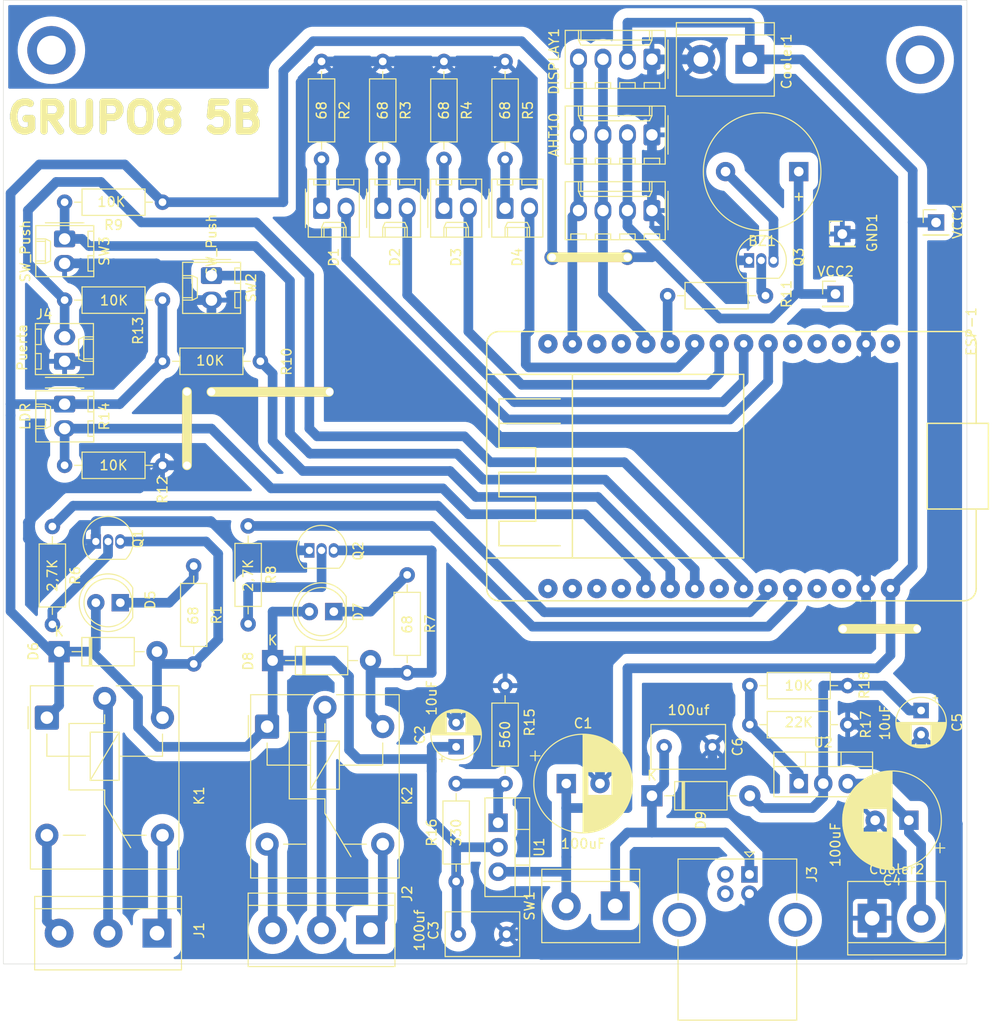
<source format=kicad_pcb>
(kicad_pcb (version 20240108) (generator "pcbnew") (generator_version "8.0")
  (layers (0 "F.Cu" signal) (31 "B.Cu" signal) (34 "B.Paste" user) (35 "F.Paste" user) (36 "B.SilkS" user "B.Silkscreen") (37 "F.SilkS" user "F.Silkscreen") (38 "B.Mask" user) (39 "F.Mask" user) (44 "Edge.Cuts" user))
  (net 0 "")
  (net 1 "GND")
  (net 2 "SDA")
  (net 3 "+3.3V")
  (net 4 "SCL")
  (net 5 "+5V")
  (net 6 "LED-A1")
  (net 7 "Net-(D1-K)")
  (net 8 "LED-B1")
  (net 9 "Net-(D2-K)")
  (net 10 "Net-(D3-K)")
  (net 11 "LED-A2")
  (net 12 "LED-B2")
  (net 13 "Net-(D4-K)")
  (net 14 "Net-(D5-K)")
  (net 15 "RELE-B")
  (net 16 "Net-(D6-A)")
  (net 17 "RELE-A")
  (net 18 "Net-(D7-K)")
  (net 19 "Net-(D8-A)")
  (net 20 "Net-(D9-A)")
  (net 21 "Net-(BZ1--)")
  (net 22 "BUZZER")
  (net 23 "BOTON-A")
  (net 24 "BOTON-B")
  (net 27 "PUERTA")
  (net 29 "LDR")
  (net 30 "Net-(J1-Pin_3)")
  (net 31 "Net-(J1-Pin_2)")
  (net 32 "Net-(J1-Pin_1)")
  (net 33 "Net-(J2-Pin_3)")
  (net 36 "+12V")
  (net 38 "Net-(Q1-B)")
  (net 39 "Net-(Q2-B)")
  (net 40 "Net-(Q3-B)")
  (net 41 "Net-(U1-ADJ)")
  (net 44 "+5VANTESDELLAVE")
  (net 45 "Net-(J2-Pin_2)")
  (net 47 "Net-(U2-ADJ)")
  (net 56 "Net-(J2-Pin_1)")
  (footprint "Resistor_THT:R_Axial_DIN0207_L6.3mm_D2.5mm_P10.16mm_Horizontal" (layer "F.Cu") (at 139.7 41.91 -90)
    (property "Reference" "R3")
    (property "Value" "68")
  )
  (footprint "Connector_Molex:Molex_KK-254_AE-6410-02A_1x02_P2.54mm_Vertical" (layer "F.Cu") (at 106.68 73.025 90)
    (property "Reference" "J4")
    (property "Value" "Conn_01x02_Pin")
  )
  (footprint "Resistor_THT:R_Axial_DIN0207_L6.3mm_D2.5mm_P10.16mm_Horizontal" (layer "F.Cu") (at 177.8 106.68)
    (property "Reference" "R18")
    (property "Value" "10K")
  )
  (footprint "Connector_Molex:Molex_KK-254_AE-6410-04A_1x04_P2.54mm_Vertical" (layer "F.Cu") (at 167.64 57.38 180)
    (property "Reference" "DISPLAY3" (hide yes))
    (property "Value" "DISPLAY")
  )
  (footprint "Resistor_THT:R_Axial_DIN0207_L6.3mm_D2.5mm_P10.16mm_Horizontal" (layer "F.Cu") (at 142.24 95.19 -90)
    (property "Reference" "R7")
    (property "Value" "68")
  )
  (footprint "Package_TO_SOT_THT:TO-92_Inline" (layer "F.Cu") (at 132.08 92.65)
    (property "Reference" "Q2")
    (property "Value" "S8050")
  )
  (footprint "Package_TO_SOT_THT:TO-220-3_Vertical" (layer "F.Cu") (at 151.677689 120.908952 -90)
    (property "Reference" "U1")
    (property "Value" "LM317_TO-220")
  )
  (footprint "Resistor_THT:R_Axial_DIN0207_L6.3mm_D2.5mm_P10.16mm_Horizontal" (layer "F.Cu") (at 106.68 83.82)
    (property "Reference" "R12")
    (property "Value" "10K")
  )
  (footprint "Connector_PinHeader_2.54mm:PinHeader_1x01_P2.54mm_Vertical" (layer "F.Cu") (at 187.4012 59.817)
    (property "Reference" "GND1")
    (property "Value" "Conn_01x01_Pin")
  )
  (footprint "Connector_Molex:Molex_KK-254_AE-6410-02A_1x02_P2.54mm_Vertical" (layer "F.Cu") (at 139.7 57.15)
    (property "Reference" "D2")
    (property "Value" "LED")
  )
  (footprint "Diode_THT:D_DO-41_SOD81_P10.16mm_Horizontal" (layer "F.Cu") (at 128.27 104.08)
    (property "Reference" "D8")
    (property "Value" "1N4007")
  )
  (footprint "TerminalBlock:TerminalBlock_bornier-3_P5.08mm" (layer "F.Cu") (at 138.43 132.02 180)
    (property "Reference" "J2")
    (property "Value" "Screw_Terminal_01x03")
  )
  (footprint "Capacitor_THT:CP_Radial_D5.0mm_P2.50mm" (layer "F.Cu") (at 147.32 113.03 90)
    (property "Reference" "C2")
    (property "Value" "10uF")
  )
  (footprint "Package_TO_SOT_THT:TO-92_Inline" (layer "F.Cu") (at 177.719704 62.560072)
    (property "Reference" "Q3")
    (property "Value" "S8050")
  )
  (footprint "Package_TO_SOT_THT:TO-220-3_Vertical" (layer "F.Cu") (at 182.88 116.84)
    (property "Reference" "U2")
    (property "Value" "LM317_TO-220")
  )
  (footprint "Resistor_THT:R_Axial_DIN0207_L6.3mm_D2.5mm_P10.16mm_Horizontal" (layer "F.Cu") (at 147.32 116.84 -90)
    (property "Reference" "R16")
    (property "Value" "330")
  )
  (footprint "Capacitor_THT:CP_Radial_D5.0mm_P2.50mm" (layer "F.Cu") (at 195.58 109.26 -90)
    (property "Reference" "C5")
    (property "Value" "10uF")
  )
  (footprint "Connector_Molex:Molex_KK-254_AE-6410-04A_1x04_P2.54mm_Vertical" (layer "F.Cu") (at 167.64 49.53 180)
    (property "Reference" "DISPLAY2" (hide yes))
    (property "Value" "AHT10")
  )
  (footprint "DOIT_ESP32:DOIT_ESP32_Devkit_mirko" (layer "F.Cu") (at 201.295 69.9375 -90)
    (property "Reference" "ESP-1")
    (property "Value" "ESP32-Devkit-V1")
  )
  (footprint "Diode_THT:D_DO-41_SOD81_P10.16mm_Horizontal" (layer "F.Cu") (at 167.64 118.11)
    (property "Reference" "D9")
    (property "Value" "1N4007")
  )
  (footprint "Relay_THT:Relay_SPDT_Finder_36.11" (layer "F.Cu") (at 104.84 110.005)
    (property "Reference" "K1")
    (property "Value" "Relay_SPDT")
  )
  (footprint "LED_THT:LED_D5.0mm_Clear" (layer "F.Cu") (at 112.46 98.075 180)
    (property "Reference" "D5")
    (property "Value" "LED")
  )
  (footprint "TerminalBlock:TerminalBlock_bornier-2_P5.08mm" (layer "F.Cu") (at 177.8 41.7 180)
    (property "Reference" "Cooler1")
    (property "Value" "Bornera Cooler")
  )
  (footprint "Connector_Molex:Molex_KK-254_AE-6410-02A_1x02_P2.54mm_Vertical" (layer "F.Cu") (at 146.05 57.15)
    (property "Reference" "D3")
    (property "Value" "LED")
  )
  (footprint "Connector_Molex:Molex_KK-254_AE-6410-02A_1x02_P2.54mm_Vertical" (layer "F.Cu") (at 106.68 60.325 -90)
    (property "Reference" "SW3")
    (property "Value" "SW_Push")
  )
  (footprint "Resistor_THT:R_Axial_DIN0207_L6.3mm_D2.5mm_P10.16mm_Horizontal" (layer "F.Cu") (at 125.73 90.11 -90)
    (property "Reference" "R8")
    (property "Value" "2,7K")
  )
  (footprint "Connector_Molex:Molex_KK-254_AE-6410-04A_1x04_P2.54mm_Vertical" (layer "F.Cu") (at 167.64 41.68 180)
    (property "Reference" "DISPLAY1")
    (property "Value" "DISPLAY")
  )
  (footprint "Resistor_THT:R_Axial_DIN0207_L6.3mm_D2.5mm_P10.16mm_Horizontal" (layer "F.Cu") (at 116.84 73.025)
    (property "Reference" "R10")
    (property "Value" "10K")
  )
  (footprint "Connector_Molex:Molex_KK-254_AE-6410-02A_1x02_P2.54mm_Vertical" (layer "F.Cu") (at 121.92 64.135 -90)
    (property "Reference" "SW2")
    (property "Value" "SW_Push")
  )
  (footprint "Connector_Molex:Molex_KK-254_AE-6410-02A_1x02_P2.54mm_Vertical" (layer "F.Cu") (at 152.4 57.15)
    (property "Reference" "D4")
    (property "Value" "LED")
  )
  (footprint "Connector_PinHeader_2.54mm:PinHeader_1x01_P2.54mm_Vertical" (layer "F.Cu") (at 197.1294 58.6232)
    (property "Reference" "VCC1")
    (property "Value" "Conn_01x01_Pin")
  )
  (footprint "Capacitor_THT:C_Disc_D7.5mm_W4.4mm_P5.00mm" (layer "F.Cu") (at 147.548652 132.468788)
    (property "Reference" "C3")
    (property "Value" "100uf")
  )
  (footprint "Resistor_THT:R_Axial_DIN0207_L6.3mm_D2.5mm_P10.16mm_Horizontal" (layer "F.Cu") (at 152.4 41.91 -90)
    (property "Reference" "R5")
    (property "Value" "68")
  )
  (footprint "TerminalBlock:TerminalBlock_bornier-3_P5.08mm" (layer "F.Cu") (at 116.27 132.365 180)
    (property "Reference" "J1")
    (property "Value" "Screw_Terminal_01x03")
  )
  (footprint "Resistor_THT:R_Axial_DIN0207_L6.3mm_D2.5mm_P10.16mm_Horizontal" (layer "F.Cu") (at 133.35 41.91 -90)
    (property "Reference" "R2")
    (property "Value" "68")
  )
  (footprint "Buzzer_Beeper:Buzzer_12x9.5RM7.6" (layer "F.Cu") (at 182.88 53.34 180)
    (property "Reference" "BZ1")
    (property "Value" "Buzzer")
  )
  (footprint "Resistor_THT:R_Axial_DIN0207_L6.3mm_D2.5mm_P10.16mm_Horizontal" (layer "F.Cu") (at 116.84 56.515 180)
    (property "Reference" "R9")
    (property "Value" "10K")
  )
  (footprint "Capacitor_THT:C_Disc_D7.5mm_W4.4mm_P5.00mm" (layer "F.Cu") (at 168.91 113.03)
    (property "Reference" "C6")
    (property "Value" "100uf")
  )
  (footprint "Relay_THT:Relay_SPDT_Finder_36.11" (layer "F.Cu") (at 127.7 110.93)
    (property "Reference" "K2")
    (property "Value" "Relay_SPDT")
  )
  (footprint "Resistor_THT:R_Axial_DIN0207_L6.3mm_D2.5mm_P10.16mm_Horizontal" (layer "F.Cu") (at 105.41 90.17 -90)
    (property "Reference" "R6")
    (property "Value" "2,7K")
  )
  (footprint "Package_TO_SOT_THT:TO-92_Inline" (layer "F.Cu") (at 109.92 91.725)
    (property "Reference" "Q1")
    (property "Value" "S8050")
  )
  (footprint "Resistor_THT:R_Axial_DIN0207_L6.3mm_D2.5mm_P10.16mm_Horizontal" (layer "F.Cu") (at 152.4 116.84 90)
    (property "Reference" "R15")
    (property "Value" "560")
  )
  (footprint "Connector_USB:USB_B_OST_USB-B1HSxx_Horizontal" (layer "F.Cu") (at 177.76 126.27 -90)
    (property "Reference" "J3")
    (property "Value" "USB_B")
  )
  (footprint "Connector_Molex:Molex_KK-254_AE-6410-02A_1x02_P2.54mm_Vertical" (layer "F.Cu") (at 133.35 57.15)
    (property "Reference" "D1")
    (property "Value" "LED")
  )
  (footprint "Resistor_THT:R_Axial_DIN0207_L6.3mm_D2.5mm_P10.16mm_Horizontal" (layer "F.Cu") (at 120.08 94.265 -90)
    (property "Reference" "R1")
    (property "Value" "68")
  )
  (footprint "Capacitor_THT:CP_Radial_D10.0mm_P3.50mm" (layer "F.Cu") (at 158.75 116.84)
    (property "Reference" "C1")
    (property "Value" "100uF")
  )
  (footprint "Connector_Molex:Molex_KK-254_AE-6410-02A_1x02_P2.54mm_Vertical" (layer "F.Cu") (at 106.68 77.47 -90)
    (property "Reference" "R14")
    (property "Value" "LDR")
  )
  (footprint "Diode_THT:D_DO-41_SOD81_P10.16mm_Horizontal" (layer "F.Cu") (at 106.11 103.155)
    (property "Reference" "D6")
    (property "Value" "1N4007")
  )
  (footprint "Resistor_THT:R_Axial_DIN0207_L6.3mm_D2.5mm_P10.16mm_Horizontal" (layer "F.Cu") (at 146.05 41.91 -90)
    (property "Reference" "R4")
    (property "Value" "68")
  )
  (footprint "LED_THT:LED_D5.0mm_Clear" (layer "F.Cu") (at 134.62 99 180)
    (property "Reference" "D7")
    (property "Value" "LED")
  )
  (footprint "Resistor_THT:R_Axial_DIN0207_L6.3mm_D2.5mm_P10.16mm_Horizontal" (layer "F.Cu") (at 179.428212 66.219106 180)
    (property "Reference" "R11")
    (property "Value" "22K")
  )
  (footprint "TerminalBlock:TerminalBlock_bornier-2_P5.08mm" (layer "F.Cu") (at 163.83 129.54 180)
    (property "Reference" "SW1")
    (property "Value" "On/Off")
  )
  (footprint "Resistor_THT:R_Axial_DIN0207_L6.3mm_D2.5mm_P10.16mm_Horizontal" (layer "F.Cu") (at 116.84 66.675 180)
    (property "Reference" "R13")
    (property "Value" "10K")
  )
  (footprint "Resistor_THT:R_Axial_DIN0207_L6.3mm_D2.5mm_P10.16mm_Horizontal" (layer "F.Cu") (at 177.8 110.73)
    (property "Reference" "R17")
    (property "Value" "22K")
  )
  (footprint "Connector_PinHeader_2.54mm:PinHeader_1x01_P2.54mm_Vertical" (layer "F.Cu") (at 186.69 66.04)
    (property "Reference" "VCC2")
    (property "Value" "Conn_01x01_Pin")
  )
  (footprint "Capacitor_THT:CP_Radial_D10.0mm_P3.50mm" (layer "F.Cu") (at 194.31 120.65 180)
    (property "Reference" "C4")
    (property "Value" "100uF")
  )
  (footprint "TerminalBlock:TerminalBlock_bornier-2_P5.08mm" (layer "F.Cu") (at 190.5 130.81)
    (property "Reference" "Cooler2")
    (property "Value" "Bateria")
  )
  (gr_line (start 165.1 62.23) (end 157.226 62.23) (stroke (width 1)) (layer "F.SilkS"))
  (gr_line (start 121.92 76.2) (end 134.112 76.2) (stroke (width 1)) (layer "F.SilkS"))
  (gr_line (start 187.452 100.7872) (end 195.072 100.7872) (stroke (width 1)) (layer "F.SilkS"))
  (gr_line (start 119.38 83.82) (end 119.38 76.2) (stroke (width 1)) (layer "F.SilkS"))
  (gr_rect (start 100.33 35.56) (end 200.33 135.56) (stroke (width 0.05)) (fill none) (layer "Edge.Cuts"))
  (gr_text "GRUPO8 5B" (at 100.33 49.53 0) (layer "B.Cu") (effects (font (size 3 3) (thickness 0.75) (bold yes)) (justify left bottom)))
  (gr_text "GRUPO8 5B" (at 100.33 49.53 0) (layer "F.SilkS") (effects (font (size 3 3) (thickness 0.75) (bold yes)) (justify left bottom)))
  (gr_text "Puerta" (at 102.869999 74.121069 90) (layer "F.SilkS") (effects (font (size 1 1)) (justify left bottom)))
  (via (at 105.3084 40.7416) (size 5) (drill 3) (layers "F.Cu" "B.Cu") (net 0))
  (via (at 195.4784 41.7322) (size 5) (drill 3) (layers "F.Cu" "B.Cu") (net 0))
  (segment (start 119.38 83.82) (end 119.38 76.2) (width 1) (layer "F.Cu") (net 1))
  (segment (start 195.1736 100.7872) (end 187.5028 100.7872) (width 1) (layer "F.Cu") (net 1))
  (segment (start 187.5028 100.7872) (end 187.4774 100.8126) (width 1) (layer "F.Cu") (net 1))
  (segment (start 121.92 76.2) (end 134.185584 76.2) (width 1) (layer "F.Cu") (net 1))
  (via (at 134.185584 76.2) (size 1.6) (drill 0.8) (layers "F.Cu" "B.Cu") (net 1))
  (via (at 121.92 76.2) (size 1.6) (drill 0.8) (layers "F.Cu" "B.Cu") (net 1))
  (via (at 119.38 76.2) (size 1.6) (drill 0.8) (layers "F.Cu" "B.Cu") (net 1))
  (via (at 195.1736 100.7872) (size 1.6) (drill 0.8) (layers "F.Cu" "B.Cu") (net 1))
  (via (at 119.38 83.82) (size 1.6) (drill 0.8) (layers "F.Cu" "B.Cu") (net 1))
  (via (at 187.4774 100.8126) (size 1.6) (drill 0.8) (layers "F.Cu" "B.Cu") (net 1))
  (segment (start 198.247 103.8606) (end 195.1736 100.7872) (width 1) (layer "B.Cu") (net 1))
  (segment (start 106.68 73.025) (end 111.125 73.025) (width 1) (layer "B.Cu") (net 1))
  (segment (start 173.91 118.03) (end 173.91 113.03) (width 1) (layer "B.Cu") (net 1))
  (segment (start 189.7126 59.817) (end 189.865 59.9694) (width 1) (layer "B.Cu") (net 1))
  (segment (start 156.17 134.62) (end 190.5 134.62) (width 1) (layer "B.Cu") (net 1))
  (segment (start 102.87 91.44) (end 104.14 92.71) (width 1) (layer "B.Cu") (net 1))
  (segment (start 177.719704 62.560072) (end 172.820072 62.560072) (width 1) (layer "B.Cu") (net 1))
  (segment (start 133.35 41.91) (end 152.4 41.91) (width 1) (layer "B.Cu") (net 1))
  (segment (start 121.860847 89.609162) (end 109.945916 89.609162) (width 1) (layer "B.Cu") (net 1))
  (segment (start 187.4012 59.817) (end 189.7126 59.817) (width 1) (layer "B.Cu") (net 1))
  (segment (start 106.68 62.865) (end 111.76 62.865) (width 1) (layer "B.Cu") (net 1))
  (segment (start 111.76 72.39) (end 111.76 62.865) (width 1) (layer "B.Cu") (net 1))
  (segment (start 187.96 110.73) (end 189.09137 110.73) (width 1) (layer "B.Cu") (net 1))
  (segment (start 161.925 105.509416) (end 164.567208 102.867208) (width 1) (layer "B.Cu") (net 1))
  (segment (start 131.18 44.08) (end 131.18 60.164932) (width 1) (layer "B.Cu") (net 1))
  (segment (start 199.39 121.02863) (end 199.39 134.62) (width 1) (layer "B.Cu") (net 1))
  (segment (start 116.84 83.82) (end 119.38 83.82) (width 1) (layer "B.Cu") (net 1))
  (segment (start 162.25 108.91) (end 162.25 116.84) (width 1) (layer "B.Cu") (net 1))
  (segment (start 106.400151 86.21) (end 102.87 89.740151) (width 1) (layer "B.Cu") (net 1))
  (segment (start 152.4 106.68) (end 152.4 107.95) (width 1) (layer "B.Cu") (net 1))
  (segment (start 147.32 110.53) (end 147.32 107.95) (width 1) (layer "B.Cu") (net 1))
  (segment (start 161.29 107.95) (end 162.25 108.91) (width 1) (layer "B.Cu") (net 1))
  (segment (start 189.865 102.235) (end 189.865 100.8634) (width 1) (layer "B.Cu") (net 1))
  (segment (start 109.87252 89.682558) (end 109.92 89.730038) (width 1) (layer "B.Cu") (net 1))
  (segment (start 164.567208 102.867208) (end 189.227208 102.867208) (width 1) (layer "B.Cu") (net 1))
  (segment (start 134.185584 76.2) (end 137.16 76.2) (width 1) (layer "B.Cu") (net 1))
  (segment (start 104.14 92.71) (end 108.935 92.71) (width 1) (layer "B.Cu") (net 1))
  (segment (start 124.901685 92.65) (end 121.860847 89.609162) (width 1) (layer "B.Cu") (net 1))
  (segment (start 190.5 134.62) (end 190.5 130.81) (width 1) (layer "B.Cu") (net 1))
  (segment (start 177.76 129.54) (end 177.76 130.77) (width 1) (layer "B.Cu") (net 1))
  (segment (start 167.64 48.26) (end 167.64 57.38) (width 1) (layer "B.Cu") (net 1))
  (segment (start 195.58 116.84) (end 195.390685 117.029315) (width 1) (layer "B.Cu") (net 1))
  (segment (start 179.61 127.69) (end 179.61 123.73) (width 1) (layer "B.Cu") (net 1))
  (segment (start 109.945916 89.609162) (end 109.87252 89.682558) (width 1) (layer "B.Cu") (net 1))
  (segment (start 189.8142 100.8126) (end 189.865 100.8634) (width 1) (layer "B.Cu") (net 1))
  (segment (start 132.08 92.65) (end 124.901685 92.65) (width 1) (layer "B.Cu") (net 1))
  (segment (start 154.018788 132.468788) (end 156.17 134.62) (width 1) (layer "B.Cu") (net 1))
  (segment (start 189.865 100.8634) (end 189.865 96.6075) (width 1) (layer "B.Cu") (net 1))
  (segment (start 199.39 134.62) (end 190.5 134.62) (width 1) (layer "B.Cu") (net 1))
  (segment (start 116.84 83.82) (end 114.45 86.21) (width 1) (layer "B.Cu") (net 1))
  (segment (start 172.820072 62.560072) (end 167.64 57.38) (width 1) (layer "B.Cu") (net 1))
  (segment (start 189.865 59.9694) (end 189.865 71.2075) (width 1) (layer "B.Cu") (net 1))
  (segment (start 108.935 92.71) (end 109.92 91.725) (width 1) (layer "B.Cu") (net 1))
  (segment (start 111.76 62.865) (end 116.209849 62.865) (width 1) (layer "B.Cu") (net 1))
  (segment (start 109.92 89.730038) (end 109.92 91.725) (width 1) (layer "B.Cu") (net 1))
  (segment (start 195.58 111.76) (end 195.58 114.4524) (width 1) (layer "B.Cu") (net 1))
  (segment (start 187.4774 100.8126) (end 189.8142 100.8126) (width 1) (layer "B.Cu") (net 1))
  (segment (start 177.76 128.27) (end 177.76 129.54) (width 1) (layer "B.Cu") (net 1))
  (segment (start 190.5 130.81) (end 190.5 120.96) (width 1) (layer "B.Cu") (net 1))
  (segment (start 151.875068 80.86) (end 181.626713 80.86) (width 1) (layer "B.Cu") (net 1))
  (segment (start 195.390685 117.029315) (end 199.39 121.02863) (width 1) (layer "B.Cu") (net 1))
  (segment (start 181.626713 80.86) (end 189.865 72.621713) (width 1) (layer "B.Cu") (net 1))
  (segment (start 147.32 107.95) (end 153.67 107.95) (width 1) (layer "B.Cu") (net 1))
  (segment (start 137.16 76.2) (end 142.187534 71.172466) (width 1) (layer "B.Cu") (net 1))
  (segment (start 177.76 129.54) (end 179.61 127.69) (width 1) (layer "B.Cu") (net 1))
  (segment (start 116.209849 62.865) (end 120.019849 66.675) (width 1) (layer "B.Cu") (net 1))
  (segment (start 172.72 41.7) (end 167.66 41.7) (width 1) (layer "B.Cu") (net 1))
  (segment (start 189.23 102.87) (end 189.865 102.235) (width 1) (layer "B.Cu") (net 1))
  (segment (start 153.67 107.95) (end 161.29 107.95) (width 1) (layer "B.Cu") (net 1))
  (segment (start 167.64 48.26) (end 184.15 48.26) (width 1) (layer "B.Cu") (net 1))
  (segment (start 189.865 72.621713) (end 189.865 71.2075) (width 1) (layer "B.Cu") (net 1))
  (segment (start 189.865 53.975) (end 189.865 59.9694) (width 1) (layer "B.Cu") (net 1))
  (segment (start 121.92 66.675) (end 121.92 76.2) (width 1) (layer "B.Cu") (net 1))
  (segment (start 102.87 89.740151) (end 102.87 91.44) (width 1) (layer "B.Cu") (net 1))
  (segment (start 195.58 114.4524) (end 195.58 116.84) (width 1) (layer "B.Cu") (net 1))
  (segment (start 119.38 76.2) (end 121.92 76.2) (width 1) (layer "B.Cu") (net 1))
  (segment (start 189.09137 110.73) (end 195.390685 117.029315) (width 1) (layer "B.Cu") (net 1))
  (segment (start 184.15 48.26) (end 189.865 53.975) (width 1) (layer "B.Cu") (net 1))
  (segment (start 142.187534 71.172466) (end 151.875068 80.86) (width 1) (layer "B.Cu") (net 1))
  (segment (start 133.35 41.91) (end 131.18 44.08) (width 1) (layer "B.Cu") (net 1))
  (segment (start 162.25 108.91) (end 161.925 108.585) (width 1) (layer "B.Cu") (net 1))
  (segment (start 189.865 96.6075) (end 189.865 71.2075) (width 1) (layer "B.Cu") (net 1))
  (segment (start 120.019849 66.675) (end 121.92 66.675) (width 1) (layer "B.Cu") (net 1))
  (segment (start 114.45 86.21) (end 106.400151 86.21) (width 1) (layer "B.Cu") (net 1))
  (segment (start 152.548652 132.468788) (end 154.018788 132.468788) (width 1) (layer "B.Cu") (net 1))
  (segment (start 161.925 108.585) (end 161.925 105.509416) (width 1) (layer "B.Cu") (net 1))
  (segment (start 167.66 41.7) (end 167.64 41.68) (width 1) (layer "B.Cu") (net 1))
  (segment (start 177.8254 130.8354) (end 177.8254 134.56) (width 1) (layer "B.Cu") (net 1))
  (segment (start 177.76 130.77) (end 177.8254 130.8354) (width 1) (layer "B.Cu") (net 1))
  (segment (start 167.64 41.68) (end 167.64 48.26) (width 1) (layer "B.Cu") (net 1))
  (segment (start 190.5 120.96) (end 190.81 120.65) (width 1) (layer "B.Cu") (net 1))
  (segment (start 111.125 73.025) (end 111.76 72.39) (width 1) (layer "B.Cu") (net 1))
  (segment (start 179.61 123.73) (end 173.91 118.03) (width 1) (layer "B.Cu") (net 1))
  (segment (start 195.58 114.4524) (end 198.247 114.4524) (width 1) (layer "B.Cu") (net 1))
  (segment (start 198.247 114.4524) (end 198.247 103.8606) (width 1) (layer "B.Cu") (net 1))
  (segment (start 189.227208 102.867208) (end 189.23 102.87) (width 1) (layer "B.Cu") (net 1))
  (segment (start 131.18 60.164932) (end 142.187534 71.172466) (width 1) (layer "B.Cu") (net 1))
  (segment (start 167.005 71.2075) (end 167.005 70.485) (width 1) (layer "B.Cu") (net 2))
  (segment (start 167.005 70.485) (end 162.56 66.04) (width 1) (layer "B.Cu") (net 2))
  (segment (start 162.56 57.38) (end 162.56 41.68) (width 1) (layer "B.Cu") (net 2))
  (segment (start 162.56 66.04) (end 162.56 57.38) (width 1) (layer "B.Cu") (net 2))
  (segment (start 157.285 62.23) (end 165.1 62.23) (width 1) (layer "F.Cu") (net 3))
  (via (at 165.1 62.23) (size 1.6) (drill 0.8) (layers "F.Cu" "B.Cu") (net 3))
  (via (at 157.285 62.23) (size 1.6) (drill 0.8) (layers "F.Cu" "B.Cu") (net 3))
  (segment (start 112.395 77.47) (end 106.68 77.47) (width 1) (layer "B.Cu") (net 3))
  (segment (start 101.07 78.635) (end 101.07 98.959849) (width 1) (layer "B.Cu") (net 3))
  (segment (start 182.86 53.34) (end 182.86 65.757167) (width 1) (layer "B.Cu") (net 3))
  (segment (start 125.6 113.03) (end 127.7 110.93) (width 1) (layer "B.Cu") (net 3))
  (segment (start 147.32 113.03) (end 144.78 113.03) (width 1) (layer "B.Cu") (net 3))
  (segment (start 186.69 66.04) (end 183.142833 66.04) (width 1) (layer "B.Cu") (net 3))
  (segment (start 165.1 49.53) (end 165.1 57.38) (width 1) (layer "B.Cu") (net 3))
  (segment (start 147.578952 123.448952) (end 147.32 123.19) (width 1) (layer "B.Cu") (net 3))
  (segment (start 104.0638 52.6034) (end 101.07 55.5972) (width 1) (layer "B.Cu") (net 3))
  (segment (start 183.142833 66.04) (end 182.86 65.757167) (width 1) (layer "B.Cu") (net 3))
  (segment (start 147.36 132.280136) (end 147.36 127.04) (width 1) (layer "B.Cu") (net 3))
  (segment (start 167.64 62.23) (end 167.9725 61.8975) (width 1) (layer "B.Cu") (net 3))
  (segment (start 128.27 110.36) (end 127.7 110.93) (width 1) (layer "B.Cu") (net 3))
  (segment (start 114.3 107.929466) (end 114.3 111.000534) (width 1) (layer "B.Cu") (net 3))
  (segment (start 151.677689 123.448952) (end 147.578952 123.448952) (width 1) (layer "B.Cu") (net 3))
  (segment (start 132.08 99) (end 128.27 99) (width 1) (layer "B.Cu") (net 3))
  (segment (start 116.84 56.515) (end 129.38 56.515) (width 1) (layer "B.Cu") (net 3))
  (segment (start 144.78 113.03) (end 144.78 115.57) (width 1) (layer "B.Cu") (net 3))
  (segment (start 101.07 98.959849) (end 105.265151 103.155) (width 1) (layer "B.Cu") (net 3))
  (segment (start 128.27 99) (end 128.27 104.08) (width 1) (layer "B.Cu") (net 3))
  (segment (start 106.68 77.47) (end 101.07 77.47) (width 1) (layer "B.Cu") (net 3))
  (segment (start 136.2 113.34) (end 137.16 114.3) (width 1) (layer "B.Cu") (net 3))
  (segment (start 101.07 77.47) (end 101.07 78.635) (width 1) (layer "B.Cu") (net 3))
  (segment (start 136.2 105.72) (end 136.2 113.34) (width 1) (layer "B.Cu") (net 3))
  (segment (start 116.84 73.025) (end 112.395 77.47) (width 1) (layer "B.Cu") (net 3))
  (segment (start 174.655 68.58) (end 167.9725 61.8975) (width 1) (layer "B.Cu") (net 3))
  (segment (start 144.78 115.57) (end 144.78 120.65) (width 1) (layer "B.Cu") (net 3))
  (segment (start 112.9284 52.6034) (end 104.0638 52.6034) (width 1) (layer "B.Cu") (net 3))
  (segment (start 105.265151 103.155) (end 106.11 103.155) (width 1) (layer "B.Cu") (net 3))
  (segment (start 167.9725 61.8975) (end 165.1 59.025) (width 1) (layer "B.Cu") (net 3))
  (segment (start 147.548652 132.468788) (end 147.36 132.280136) (width 1) (layer "B.Cu") (net 3))
  (segment (start 180.037167 68.58) (end 174.655 68.58) (width 1) (layer "B.Cu") (net 3))
  (segment (start 101.07 55.5972) (end 101.07 77.47) (width 1) (layer "B.Cu") (net 3))
  (segment (start 116.84 66.675) (end 116.84 73.025) (width 1) (layer "B.Cu") (net 3))
  (segment (start 116.329466 113.03) (end 125.6 113.03) (width 1) (layer "B.Cu") (net 3))
  (segment (start 106.11 103.155) (end 106.11 108.735) (width 1) (layer "B.Cu") (net 3))
  (segment (start 144.78 114.3) (end 144.78 115.57) (width 1) (layer "B.Cu") (net 3))
  (segment (start 182.86 65.757167) (end 180.037167 68.58) (width 1) (layer "B.Cu") (net 3))
  (segment (start 109.525534 103.155) (end 114.3 107.929466) (width 1) (layer "B.Cu") (net 3))
  (segment (start 129.38 56.515) (end 129.38 42.910151) (width 1) (layer "B.Cu") (net 3))
  (segment (start 129.38 42.910151) (end 132.480151 39.81) (width 1) (layer "B.Cu") (net 3))
  (segment (start 147.32 127) (end 147.32 123.19) (width 1) (layer "B.Cu") (net 3))
  (segment (start 114.3 111.000534) (end 116.329466 113.03) (width 1) (layer "B.Cu") (net 3))
  (segment (start 165.1 59.025) (end 165.1 57.38) (width 1) (layer "B.Cu") (net 3))
  (segment (start 137.16 114.3) (end 144.78 114.3) (width 1) (layer "B.Cu") (net 3))
  (segment (start 165.1 62.23) (end 167.64 62.23) (width 1) (layer "B.Cu") (net 3))
  (segment (start 128.27 104.08) (end 128.27 110.36) (width 1) (layer "B.Cu") (net 3))
  (segment (start 109.92 98.075) (end 109.92 102.760534) (width 1) (layer "B.Cu") (net 3))
  (segment (start 157.285 42.985) (end 157.285 62.23) (width 1) (layer "B.Cu") (net 3))
  (segment (start 144.78 120.65) (end 147.32 123.19) (width 1) (layer "B.Cu") (net 3))
  (segment (start 106.11 103.155) (end 109.525534 103.155) (width 1) (layer "B.Cu") (net 3))
  (segment (start 132.480151 39.81) (end 154.11 39.81) (width 1) (layer "B.Cu") (net 3))
  (segment (start 109.92 102.760534) (end 109.525534 103.155) (width 1) (layer "B.Cu") (net 3))
  (segment (start 147.36 127.04) (end 147.32 127) (width 1) (layer "B.Cu") (net 3))
  (segment (start 134.56 104.08) (end 136.2 105.72) (width 1) (layer "B.Cu") (net 3))
  (segment (start 128.27 104.08) (end 134.56 104.08) (width 1) (layer "B.Cu") (net 3))
  (segment (start 106.11 108.735) (end 104.84 110.005) (width 1) (layer "B.Cu") (net 3))
  (segment (start 154.11 39.81) (end 157.285 42.985) (width 1) (layer "B.Cu") (net 3))
  (segment (start 116.84 56.515) (end 112.9284 52.6034) (width 1) (layer "B.Cu") (net 3))
  (segment (start 159.385 58.015) (end 160.02 57.38) (width 1) (layer "B.Cu") (net 4))
  (segment (start 159.385 71.2075) (end 159.385 58.015) (width 1) (layer "B.Cu") (net 4))
  (segment (start 160.02 57.38) (end 160.02 41.68) (width 1) (layer "B.Cu") (net 4))
  (segment (start 158.491048 125.988952) (end 158.75 125.73) (width 1) (layer "B.Cu") (net 5))
  (segment (start 158.75 127) (end 158.75 129.54) (width 1) (layer "B.Cu") (net 5))
  (segment (start 197.1294 58.6232) (end 194.7232 58.6232) (width 1) (layer "B.Cu") (net 5))
  (segment (start 158.75 125.73) (end 158.75 127) (width 1) (layer "B.Cu") (net 5))
  (segment (start 158.75 116.84) (end 158.75 119.38) (width 1) (layer "B.Cu") (net 5))
  (segment (start 194.705 53.227) (end 194.705 58.605) (width 1) (layer "B.Cu") (net 5))
  (segment (start 158.75 119.38) (end 165.1 119.38) (width 1) (layer "B.Cu") (net 5))
  (segment (start 194.705 94.3075) (end 192.405 96.6075) (width 1) (layer "B.Cu") (net 5))
  (segment (start 192.405 96.6075) (end 192.405 103.505) (width 1) (layer "B.Cu") (net 5))
  (segment (start 183.178 41.7) (end 194.705 53.227) (width 1) (layer "B.Cu") (net 5))
  (segment (start 177.8 41.7) (end 177.8 37.89) (width 1) (layer "B.Cu") (net 5))
  (segment (start 165.1 119.38) (end 165.1 104.88) (width 1) (layer "B.Cu") (net 5))
  (segment (start 194.705 58.605) (end 194.705 94.3075) (width 1) (layer "B.Cu") (net 5))
  (segment (start 165.1 37.89) (end 165.1 41.68) (width 1) (layer "B.Cu") (net 5))
  (segment (start 151.677689 125.988952) (end 158.491048 125.988952) (width 1) (layer "B.Cu") (net 5))
  (segment (start 192.405 103.505) (end 191.03 104.88) (width 1) (layer "B.Cu") (net 5))
  (segment (start 177.8 37.89) (end 165.1 37.89) (width 1) (layer "B.Cu") (net 5))
  (segment (start 158.75 124.46) (end 158.75 125.73) (width 1) (layer "B.Cu") (net 5))
  (segment (start 194.7232 58.6232) (end 194.705 58.605) (width 1) (layer "B.Cu") (net 5))
  (segment (start 191.03 104.88) (end 165.1 104.88) (width 1) (layer "B.Cu") (net 5))
  (segment (start 177.8 41.7) (end 183.178 41.7) (width 1) (layer "B.Cu") (net 5))
  (segment (start 158.75 119.38) (end 158.75 124.46) (width 1) (layer "B.Cu") (net 5))
  (segment (start 175.745392 79.06) (end 179.705 75.100392) (width 1) (layer "B.Cu") (net 6))
  (segment (start 135.89 62.329348) (end 152.620652 79.06) (width 1) (layer "B.Cu") (net 6))
  (segment (start 152.620652 79.06) (end 175.745392 79.06) (width 1) (layer "B.Cu") (net 6))
  (segment (start 135.89 57.15) (end 135.89 62.329348) (width 1) (layer "B.Cu") (net 6))
  (segment (start 179.705 75.100392) (end 179.705 71.2075) (width 1) (layer "B.Cu") (net 6))
  (segment (start 133.35 52.07) (end 133.35 57.15) (width 1) (layer "B.Cu") (net 7))
  (segment (start 177.165 75.094808) (end 177.165 71.2075) (width 1) (layer "B.Cu") (net 8))
  (segment (start 174.999808 77.26) (end 177.165 75.094808) (width 1) (layer "B.Cu") (net 8))
  (segment (start 153.366236 77.26) (end 174.999808 77.26) (width 1) (layer "B.Cu") (net 8))
  (segment (start 142.24 66.133764) (end 153.366236 77.26) (width 1) (layer "B.Cu") (net 8))
  (segment (start 142.24 57.15) (end 142.24 66.133764) (width 1) (layer "B.Cu") (net 8))
  (segment (start 139.7 52.07) (end 139.7 57.15) (width 1) (layer "B.Cu") (net 9))
  (segment (start 146.05 52.07) (end 146.05 57.15) (width 1) (layer "B.Cu") (net 10))
  (segment (start 173.46 75.46) (end 174.625 74.295) (width 1) (layer "B.Cu") (net 11))
  (segment (start 174.625 74.295) (end 174.625 71.2075) (width 1) (layer "B.Cu") (net 11))
  (segment (start 148.59 57.15) (end 148.59 69.93818) (width 1) (layer "B.Cu") (net 11))
  (segment (start 154.11182 75.46) (end 173.46 75.46) (width 1) (layer "B.Cu") (net 11))
  (segment (start 148.59 69.93818) (end 154.11182 75.46) (width 1) (layer "B.Cu") (net 11))
  (segment (start 154.545 70.254808) (end 154.545 73.347596) (width 1) (layer "B.Cu") (net 12))
  (segment (start 154.545 73.347596) (end 154.857404 73.66) (width 1) (layer "B.Cu") (net 12))
  (segment (start 154.94 57.15) (end 154.94 69.859808) (width 1) (layer "B.Cu") (net 12))
  (segment (start 170.345192 73.66) (end 172.085 71.920192) (width 1) (layer "B.Cu") (net 12))
  (segment (start 172.085 71.920192) (end 172.085 71.2075) (width 1) (layer "B.Cu") (net 12))
  (segment (start 154.857404 73.66) (end 170.345192 73.66) (width 1) (layer "B.Cu") (net 12))
  (segment (start 154.94 69.859808) (end 154.545 70.254808) (width 1) (layer "B.Cu") (net 12))
  (segment (start 152.4 52.07) (end 152.4 57.15) (width 1) (layer "B.Cu") (net 13))
  (segment (start 120.08 95.535) (end 117.54 98.075) (width 1) (layer "B.Cu") (net 14))
  (segment (start 120.08 94.265) (end 120.08 95.535) (width 1) (layer "B.Cu") (net 14))
  (segment (start 117.54 98.075) (end 112.46 98.075) (width 1) (layer "B.Cu") (net 14))
  (segment (start 177.8 99.06) (end 179.705 97.155) (width 1) (layer "B.Cu") (net 15))
  (segment (start 179.705 97.155) (end 179.705 96.6075) (width 1) (layer "B.Cu") (net 15))
  (segment (start 107.57 88.01) (end 145.419072 88.01) (width 1) (layer "B.Cu") (net 15))
  (segment (start 156.469072 99.06) (end 177.8 99.06) (width 1) (layer "B.Cu") (net 15))
  (segment (start 105.41 90.17) (end 107.57 88.01) (width 1) (layer "B.Cu") (net 15))
  (segment (start 145.419072 88.01) (end 156.469072 99.06) (width 1) (layer "B.Cu") (net 15))
  (segment (start 121.35 91.725) (end 122.62 92.995) (width 1) (layer "B.Cu") (net 16))
  (segment (start 122.62 92.995) (end 122.62 101.885) (width 1) (layer "B.Cu") (net 16))
  (segment (start 116.27 109.435) (end 116.84 110.005) (width 1) (layer "B.Cu") (net 16))
  (segment (start 116.27 103.155) (end 116.27 104.425) (width 1) (layer "B.Cu") (net 16))
  (segment (start 122.62 101.885) (end 120.08 104.425) (width 1) (layer "B.Cu") (net 16))
  (segment (start 116.27 104.425) (end 116.27 109.435) (width 1) (layer "B.Cu") (net 16))
  (segment (start 112.46 91.725) (end 121.35 91.725) (width 1) (layer "B.Cu") (net 16))
  (segment (start 120.08 104.425) (end 116.27 104.425) (width 1) (layer "B.Cu") (net 16))
  (segment (start 144.785584 90.11) (end 125.73 90.11) (width 1) (layer "B.Cu") (net 17))
  (segment (start 182.245 96.6075) (end 182.245 98.021713) (width 1) (layer "B.Cu") (net 17))
  (segment (start 182.245 98.021713) (end 179.706713 100.56) (width 1) (layer "B.Cu") (net 17))
  (segment (start 179.706713 100.56) (end 155.235584 100.56) (width 1) (layer "B.Cu") (net 17))
  (segment (start 155.235584 100.56) (end 144.785584 90.11) (width 1) (layer "B.Cu") (net 17))
  (segment (start 138.43 99) (end 142.24 95.19) (width 1) (layer "B.Cu") (net 18))
  (segment (start 134.62 99) (end 138.43 99) (width 1) (layer "B.Cu") (net 18))
  (segment (start 138.43 104.08) (end 138.43 105.35) (width 1) (layer "B.Cu") (net 19))
  (segment (start 142.24 105.35) (end 140.97 105.35) (width 1) (layer "B.Cu") (net 19))
  (segment (start 144.78 105.35) (end 140.97 105.35) (width 1) (layer "B.Cu") (net 19))
  (segment (start 138.43 109.66) (end 139.7 110.93) (width 1) (layer "B.Cu") (net 19))
  (segment (start 140.97 105.35) (end 138.43 105.35) (width 1) (layer "B.Cu") (net 19))
  (segment (start 144.78 92.65) (end 144.78 105.35) (width 1) (layer "B.Cu") (net 19))
  (segment (start 134.62 92.65) (end 144.78 92.65) (width 1) (layer "B.Cu") (net 19))
  (segment (start 138.43 105.35) (end 138.43 109.66) (width 1) (layer "B.Cu") (net 19))
  (segment (start 185.42 118.2525) (end 184.2925 119.38) (width 1) (layer "B.Cu") (net 20))
  (segment (start 191.77 106.68) (end 187.96 106.68) (width 1) (layer "B.Cu") (net 20))
  (segment (start 185.42 116.84) (end 185.42 118.2525) (width 1) (layer "B.Cu") (net 20))
  (segment (start 187.96 106.68) (end 185.42 106.68) (width 1) (layer "B.Cu") (net 20))
  (segment (start 185.42 106.68) (end 185.42 116.84) (width 1) (layer "B.Cu") (net 20))
  (segment (start 195.58 109.26) (end 194.35 109.26) (width 1) (layer "B.Cu") (net 20))
  (segment (start 184.2925 119.38) (end 179.07 119.38) (width 1) (layer "B.Cu") (net 20))
  (segment (start 179.07 119.38) (end 177.8 118.11) (width 1) (layer "B.Cu") (net 20))
  (segment (start 194.35 109.26) (end 191.77 106.68) (width 1) (layer "B.Cu") (net 20))
  (segment (start 180.259704 58.339704) (end 175.26 53.34) (width 1) (layer "B.Cu") (net 21))
  (segment (start 180.259704 62.560072) (end 180.259704 58.339704) (width 1) (layer "B.Cu") (net 21))
  (segment (start 169.268212 70.930712) (end 169.545 71.2075) (width 1) (layer "B.Cu") (net 22))
  (segment (start 169.268212 66.219106) (end 169.268212 70.930712) (width 1) (layer "B.Cu") (net 22))
  (segment (start 149.372197 87.1) (end 162.03 87.1) (width 1) (layer "B.Cu") (net 23))
  (segment (start 146.682197 84.41) (end 149.372197 87.1) (width 1) (layer "B.Cu") (net 23))
  (segment (start 131.4 84.41) (end 146.682197 84.41) (width 1) (layer "B.Cu") (net 23))
  (segment (start 127 73.025) (end 127 64.135) (width 1) (layer "B.Cu") (net 23))
  (segment (start 127 64.135) (end 121.92 64.135) (width 1) (layer "B.Cu") (net 23))
  (segment (start 169.545 94.615) (end 169.545 96.6075) (width 1) (layer "B.Cu") (net 23))
  (segment (start 128.27 74.295) (end 128.27 81.28) (width 1) (layer "B.Cu") (net 23))
  (segment (start 162.03 87.1) (end 169.545 94.615) (width 1) (layer "B.Cu") (net 23))
  (segment (start 127 73.025) (end 128.27 74.295) (width 1) (layer "B.Cu") (net 23))
  (segment (start 128.27 81.28) (end 131.4 84.41) (width 1) (layer "B.Cu") (net 23))
  (segment (start 162.775584 85.3) (end 150.117781 85.3) (width 1) (layer "B.Cu") (net 24))
  (segment (start 106.68 56.515) (end 106.68 60.325) (width 1) (layer "B.Cu") (net 24))
  (segment (start 108.48 60.325) (end 106.68 60.325) (width 1) (layer "B.Cu") (net 24))
  (segment (start 172.085 94.609416) (end 162.775584 85.3) (width 1) (layer "B.Cu") (net 24))
  (segment (start 132.145584 82.61) (end 130.07 80.534416) (width 1) (layer "B.Cu") (net 24))
  (segment (start 172.085 96.6075) (end 172.085 94.609416) (width 1) (layer "B.Cu") (net 24))
  (segment (start 147.427781 82.61) (end 132.145584 82.61) (width 1) (layer "B.Cu") (net 24))
  (segment (start 150.117781 85.3) (end 147.427781 82.61) (width 1) (layer "B.Cu") (net 24))
  (segment (start 130.07 64.659416) (end 126.475584 61.065) (width 1) (layer "B.Cu") (net 24))
  (segment (start 130.07 80.534416) (end 130.07 64.659416) (width 1) (layer "B.Cu") (net 24))
  (segment (start 109.22 61.065) (end 108.48 60.325) (width 1) (layer "B.Cu") (net 24))
  (segment (start 126.475584 61.065) (end 109.22 61.065) (width 1) (layer "B.Cu") (net 24))
  (segment (start 177.165 95.885) (end 177.165 96.6075) (width 1) (layer "B.Cu") (net 27))
  (segment (start 132.085584 80.004416) (end 132.891168 80.81) (width 1) (layer "B.Cu") (net 27))
  (segment (start 132.085584 64.129416) (end 132.085584 80.004416) (width 1) (layer "B.Cu") (net 27))
  (segment (start 106.68 66.675) (end 106.68 70.485) (width 1) (layer "B.Cu") (net 27))
  (segment (start 132.891168 80.81) (end 148.173365 80.81) (width 1) (layer "B.Cu") (net 27))
  (segment (start 148.173365 80.81) (end 150.863365 83.5) (width 1) (layer "B.Cu") (net 27))
  (segment (start 102.87 62.865) (end 102.87 57.355151) (width 1) (layer "B.Cu") (net 27))
  (segment (start 164.78 83.5) (end 177.165 95.885) (width 1) (layer "B.Cu") (net 27))
  (segment (start 150.863365 83.5) (end 164.78 83.5) (width 1) (layer "B.Cu") (net 27))
  (segment (start 102.87 57.355151) (end 105.810151 54.415) (width 1) (layer "B.Cu") (net 27))
  (segment (start 106.68 66.675) (end 102.87 62.865) (width 1) (layer "B.Cu") (net 27))
  (segment (start 114.64 58.615) (end 126.571168 58.615) (width 1) (layer "B.Cu") (net 27))
  (segment (start 126.571168 58.615) (end 132.085584 64.129416) (width 1) (layer "B.Cu") (net 27))
  (segment (start 110.44 54.415) (end 114.64 58.615) (width 1) (layer "B.Cu") (net 27))
  (segment (start 105.810151 54.415) (end 110.44 54.415) (width 1) (layer "B.Cu") (net 27))
  (segment (start 145.936613 86.21) (end 148.626613 88.9) (width 1) (layer "B.Cu") (net 29))
  (segment (start 106.68 83.82) (end 106.68 80.01) (width 1) (layer "B.Cu") (net 29))
  (segment (start 106.68 80.01) (end 121.92 80.01) (width 1) (layer "B.Cu") (net 29))
  (segment (start 167.005 95.182119) (end 167.005 96.6075) (width 1) (layer "B.Cu") (net 29))
  (segment (start 148.626613 88.9) (end 160.722881 88.9) (width 1) (layer "B.Cu") (net 29))
  (segment (start 121.92 80.01) (end 128.12 86.21) (width 1) (layer "B.Cu") (net 29))
  (segment (start 128.12 86.21) (end 145.936613 86.21) (width 1) (layer "B.Cu") (net 29))
  (segment (start 160.722881 88.9) (end 167.005 95.182119) (width 1) (layer "B.Cu") (net 29))
  (segment (start 104.84 131.095) (end 106.11 132.365) (width 1) (layer "B.Cu") (net 30))
  (segment (start 104.84 122.205) (end 104.84 131.095) (width 1) (layer "B.Cu") (net 30))
  (segment (start 111.19 132.365) (end 111.19 108.355) (width 1) (layer "B.Cu") (net 31))
  (segment (start 111.19 108.355) (end 110.84 108.005) (width 1) (layer "B.Cu") (net 31))
  (segment (start 116.84 131.795) (end 116.27 132.365) (width 1) (layer "B.Cu") (net 32))
  (segment (start 116.84 122.205) (end 116.84 131.795) (width 1) (layer "B.Cu") (net 32))
  (segment (start 128.27 123.7) (end 127.7 123.13) (width 1) (layer "B.Cu") (net 33))
  (segment (start 128.27 132.02) (end 128.27 123.7) (width 1) (layer "B.Cu") (net 33))
  (segment (start 195.58 123.19) (end 195.58 130.81) (width 1) (layer "B.Cu") (net 36))
  (segment (start 194.31 120.65) (end 194.31 121.92) (width 1) (layer "B.Cu") (net 36))
  (segment (start 187.96 116.84) (end 190.5 116.84) (width 1) (layer "B.Cu") (net 36))
  (segment (start 190.5 116.84) (end 194.31 120.65) (width 1) (layer "B.Cu") (net 36))
  (segment (start 194.31 121.92) (end 195.58 123.19) (width 1) (layer "B.Cu") (net 36))
  (segment (start 105.41 98.91) (end 105.41 100.33) (width 1) (layer "B.Cu") (net 38))
  (segment (start 111.19 93.13) (end 105.41 98.91) (width 1) (layer "B.Cu") (net 38))
  (segment (start 111.19 91.725) (end 111.19 93.13) (width 1) (layer "B.Cu") (net 38))
  (segment (start 133.35 96.46) (end 133.35 92.65) (width 1) (layer "B.Cu") (net 39))
  (segment (start 125.73 100.27) (end 125.73 96.46) (width 1) (layer "B.Cu") (net 39))
  (segment (start 125.73 96.46) (end 133.35 96.46) (width 1) (layer "B.Cu") (net 39))
  (segment (start 179.428212 66.219106) (end 178.989704 65.780598) (width 1) (layer "B.Cu") (net 40))
  (segment (start 178.989704 65.780598) (end 178.989704 62.560072) (width 1) (layer "B.Cu") (net 40))
  (segment (start 151.677689 120.908952) (end 151.677689 117.562311) (width 1) (layer "B.Cu") (net 41))
  (segment (start 147.32 116.84) (end 152.4 116.84) (width 1) (layer "B.Cu") (net 41))
  (segment (start 151.677689 117.562311) (end 152.4 116.84) (width 1) (layer "B.Cu") (net 41))
  (segment (start 163.83 129.54) (end 163.83 123.19) (width 1) (layer "B.Cu") (net 44))
  (segment (start 177.76 126.27) (end 177.76 124.42) (width 1) (layer "B.Cu") (net 44))
  (segment (start 165.1 121.92) (end 167.64 121.92) (width 1) (layer "B.Cu") (net 44))
  (segment (start 168.91 113.03) (end 168.91 116.84) (width 1) (layer "B.Cu") (net 44))
  (segment (start 167.64 118.11) (end 167.64 121.92) (width 1) (layer "B.Cu") (net 44))
  (segment (start 163.83 123.19) (end 165.1 121.92) (width 1) (layer "B.Cu") (net 44))
  (segment (start 175.26 121.92) (end 167.64 121.92) (width 1) (layer "B.Cu") (net 44))
  (segment (start 177.76 124.42) (end 175.26 121.92) (width 1) (layer "B.Cu") (net 44))
  (segment (start 168.91 116.84) (end 167.64 118.11) (width 1) (layer "B.Cu") (net 44))
  (segment (start 133.35 109.28) (end 133.7 108.93) (width 1) (layer "B.Cu") (net 45))
  (segment (start 133.35 132.02) (end 133.35 109.28) (width 1) (layer "B.Cu") (net 45))
  (segment (start 177.8 110.73) (end 177.8 106.68) (width 1) (layer "B.Cu") (net 47))
  (segment (start 182.88 115.81) (end 177.8 110.73) (width 1) (layer "B.Cu") (net 47))
  (segment (start 182.88 116.84) (end 182.88 115.81) (width 1) (layer "B.Cu") (net 47))
  (segment (start 139.7 123.13) (end 139.7 130.75) (width 1) (layer "B.Cu") (net 56))
  (segment (start 139.7 130.75) (end 138.43 132.02) (width 1) (layer "B.Cu") (net 56))
  (zone (net 1) (net_name "GND") (layer "B.Cu") (connect_pads (clearance 1)) (min_thickness 0.25) (fill yes (thermal_gap 0.5) (thermal_bridge_width 0.5))
    (polygon (pts (xy 100.33 35.56) (xy 200.66 35.56) (xy 200.3044 136.8044) (xy 99.9744 136.8044)))
  )
)
</source>
